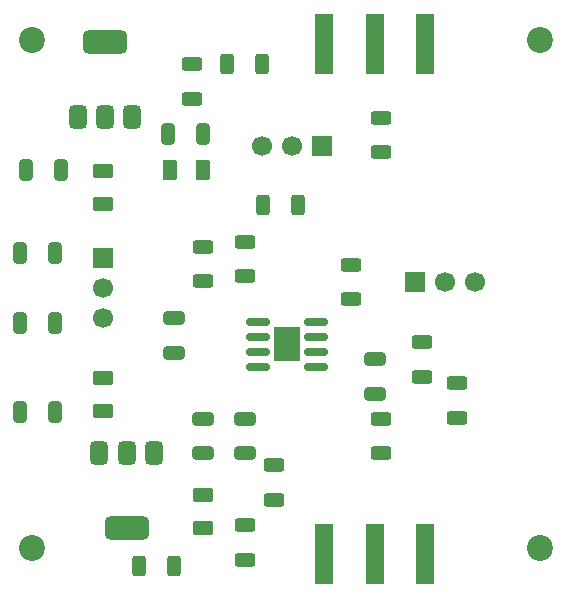
<source format=gts>
%TF.GenerationSoftware,KiCad,Pcbnew,9.0.4-9.0.4-0~ubuntu24.04.1*%
%TF.CreationDate,2025-11-05T14:30:20-05:00*%
%TF.ProjectId,LFAmp-offset,4c46416d-702d-46f6-9666-7365742e6b69,rev?*%
%TF.SameCoordinates,Original*%
%TF.FileFunction,Soldermask,Top*%
%TF.FilePolarity,Negative*%
%FSLAX46Y46*%
G04 Gerber Fmt 4.6, Leading zero omitted, Abs format (unit mm)*
G04 Created by KiCad (PCBNEW 9.0.4-9.0.4-0~ubuntu24.04.1) date 2025-11-05 14:30:20*
%MOMM*%
%LPD*%
G01*
G04 APERTURE LIST*
G04 Aperture macros list*
%AMRoundRect*
0 Rectangle with rounded corners*
0 $1 Rounding radius*
0 $2 $3 $4 $5 $6 $7 $8 $9 X,Y pos of 4 corners*
0 Add a 4 corners polygon primitive as box body*
4,1,4,$2,$3,$4,$5,$6,$7,$8,$9,$2,$3,0*
0 Add four circle primitives for the rounded corners*
1,1,$1+$1,$2,$3*
1,1,$1+$1,$4,$5*
1,1,$1+$1,$6,$7*
1,1,$1+$1,$8,$9*
0 Add four rect primitives between the rounded corners*
20,1,$1+$1,$2,$3,$4,$5,0*
20,1,$1+$1,$4,$5,$6,$7,0*
20,1,$1+$1,$6,$7,$8,$9,0*
20,1,$1+$1,$8,$9,$2,$3,0*%
G04 Aperture macros list end*
%ADD10C,2.200000*%
%ADD11RoundRect,0.250000X-0.650000X0.325000X-0.650000X-0.325000X0.650000X-0.325000X0.650000X0.325000X0*%
%ADD12RoundRect,0.375000X0.375000X-0.625000X0.375000X0.625000X-0.375000X0.625000X-0.375000X-0.625000X0*%
%ADD13RoundRect,0.500000X1.400000X-0.500000X1.400000X0.500000X-1.400000X0.500000X-1.400000X-0.500000X0*%
%ADD14RoundRect,0.250000X-0.625000X0.312500X-0.625000X-0.312500X0.625000X-0.312500X0.625000X0.312500X0*%
%ADD15RoundRect,0.150000X0.825000X0.150000X-0.825000X0.150000X-0.825000X-0.150000X0.825000X-0.150000X0*%
%ADD16R,2.290000X3.000000*%
%ADD17RoundRect,0.250000X-0.375000X-0.625000X0.375000X-0.625000X0.375000X0.625000X-0.375000X0.625000X0*%
%ADD18R,1.500000X5.080000*%
%ADD19RoundRect,0.250000X0.625000X-0.312500X0.625000X0.312500X-0.625000X0.312500X-0.625000X-0.312500X0*%
%ADD20R,1.700000X1.700000*%
%ADD21C,1.700000*%
%ADD22RoundRect,0.250000X-0.312500X-0.625000X0.312500X-0.625000X0.312500X0.625000X-0.312500X0.625000X0*%
%ADD23RoundRect,0.250000X0.312500X0.625000X-0.312500X0.625000X-0.312500X-0.625000X0.312500X-0.625000X0*%
%ADD24RoundRect,0.250000X0.325000X0.650000X-0.325000X0.650000X-0.325000X-0.650000X0.325000X-0.650000X0*%
%ADD25RoundRect,0.250000X0.625000X-0.375000X0.625000X0.375000X-0.625000X0.375000X-0.625000X-0.375000X0*%
%ADD26RoundRect,0.250000X-0.625000X0.375000X-0.625000X-0.375000X0.625000X-0.375000X0.625000X0.375000X0*%
%ADD27RoundRect,0.250000X-0.325000X-0.650000X0.325000X-0.650000X0.325000X0.650000X-0.325000X0.650000X0*%
%ADD28RoundRect,0.375000X-0.375000X0.625000X-0.375000X-0.625000X0.375000X-0.625000X0.375000X0.625000X0*%
%ADD29RoundRect,0.500000X-1.400000X0.500000X-1.400000X-0.500000X1.400000X-0.500000X1.400000X0.500000X0*%
G04 APERTURE END LIST*
D10*
%TO.C,REF\u002A\u002A*%
X168000000Y-106000000D03*
%TD*%
%TO.C,REF\u002A\u002A*%
X211000000Y-106000000D03*
%TD*%
%TO.C,REF\u002A\u002A*%
X168000000Y-63000000D03*
%TD*%
%TO.C,REF\u002A\u002A*%
X211000000Y-63000000D03*
%TD*%
D11*
%TO.C,C9*%
X197000000Y-90025000D03*
X197000000Y-92975000D03*
%TD*%
D12*
%TO.C,U3*%
X171900000Y-69500000D03*
X174200000Y-69500000D03*
D13*
X174200000Y-63200000D03*
D12*
X176500000Y-69500000D03*
%TD*%
D14*
%TO.C,R7*%
X195000000Y-82037500D03*
X195000000Y-84962500D03*
%TD*%
D15*
%TO.C,U1*%
X192045000Y-90655000D03*
X192045000Y-89385000D03*
X192045000Y-88115000D03*
X192045000Y-86845000D03*
X187095000Y-86845000D03*
X187095000Y-88115000D03*
X187095000Y-89385000D03*
X187095000Y-90655000D03*
D16*
X189570000Y-88750000D03*
%TD*%
D17*
%TO.C,D4*%
X179700000Y-74000000D03*
X182500000Y-74000000D03*
%TD*%
D18*
%TO.C,J3*%
X197000000Y-106500000D03*
X201250000Y-106500000D03*
X192750000Y-106500000D03*
%TD*%
D19*
%TO.C,R10*%
X182500000Y-83425000D03*
X182500000Y-80500000D03*
%TD*%
D14*
%TO.C,R11*%
X197500000Y-95075000D03*
X197500000Y-98000000D03*
%TD*%
D11*
%TO.C,C10*%
X180000000Y-86525000D03*
X180000000Y-89475000D03*
%TD*%
D20*
%TO.C,RV2*%
X192580000Y-72000000D03*
D21*
X190040000Y-72000000D03*
X187500000Y-72000000D03*
%TD*%
D22*
%TO.C,R13*%
X187575000Y-77000000D03*
X190500000Y-77000000D03*
%TD*%
D14*
%TO.C,R1*%
X181500000Y-65075000D03*
X181500000Y-68000000D03*
%TD*%
%TO.C,R8*%
X204000000Y-92075000D03*
X204000000Y-95000000D03*
%TD*%
D23*
%TO.C,R2*%
X187425000Y-65000000D03*
X184500000Y-65000000D03*
%TD*%
D20*
%TO.C,J1*%
X174000000Y-81420000D03*
D21*
X174000000Y-83960000D03*
X174000000Y-86500000D03*
%TD*%
D19*
%TO.C,R9*%
X201000000Y-91500000D03*
X201000000Y-88575000D03*
%TD*%
D22*
%TO.C,R12*%
X177075000Y-107500000D03*
X180000000Y-107500000D03*
%TD*%
D11*
%TO.C,C6*%
X182500000Y-95050000D03*
X182500000Y-98000000D03*
%TD*%
D14*
%TO.C,R5*%
X197500000Y-69575000D03*
X197500000Y-72500000D03*
%TD*%
D20*
%TO.C,RV1*%
X200420000Y-83500000D03*
D21*
X202960000Y-83500000D03*
X205500000Y-83500000D03*
%TD*%
D19*
%TO.C,R4*%
X188500000Y-101925000D03*
X188500000Y-99000000D03*
%TD*%
D14*
%TO.C,R6*%
X186000000Y-80075000D03*
X186000000Y-83000000D03*
%TD*%
D24*
%TO.C,C3*%
X169950000Y-94500000D03*
X167000000Y-94500000D03*
%TD*%
D18*
%TO.C,J2*%
X197000000Y-63362500D03*
X192750000Y-63362500D03*
X201250000Y-63362500D03*
%TD*%
D25*
%TO.C,D1*%
X174000000Y-94400000D03*
X174000000Y-91600000D03*
%TD*%
D19*
%TO.C,R3*%
X186000000Y-107000000D03*
X186000000Y-104075000D03*
%TD*%
D24*
%TO.C,C4*%
X170475000Y-74000000D03*
X167525000Y-74000000D03*
%TD*%
D26*
%TO.C,D3*%
X182500000Y-101500000D03*
X182500000Y-104300000D03*
%TD*%
D27*
%TO.C,C5*%
X179525000Y-71000000D03*
X182475000Y-71000000D03*
%TD*%
D11*
%TO.C,C7*%
X186000000Y-95050000D03*
X186000000Y-98000000D03*
%TD*%
D25*
%TO.C,D2*%
X174000000Y-76900000D03*
X174000000Y-74100000D03*
%TD*%
D28*
%TO.C,U2*%
X178300000Y-98000000D03*
X176000000Y-98000000D03*
D29*
X176000000Y-104300000D03*
D28*
X173700000Y-98000000D03*
%TD*%
D24*
%TO.C,C2*%
X169950000Y-81000000D03*
X167000000Y-81000000D03*
%TD*%
%TO.C,C1*%
X169950000Y-87000000D03*
X167000000Y-87000000D03*
%TD*%
M02*

</source>
